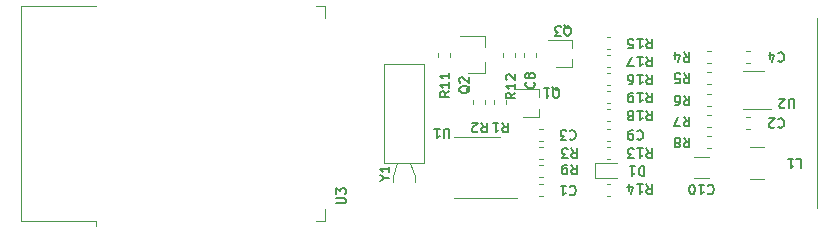
<source format=gbr>
G04 #@! TF.GenerationSoftware,KiCad,Pcbnew,(5.1.4)-1*
G04 #@! TF.CreationDate,2020-11-25T16:32:24+01:00*
G04 #@! TF.ProjectId,iot_plant_watering_sensor_esp32,696f745f-706c-4616-9e74-5f7761746572,rev?*
G04 #@! TF.SameCoordinates,Original*
G04 #@! TF.FileFunction,Legend,Top*
G04 #@! TF.FilePolarity,Positive*
%FSLAX46Y46*%
G04 Gerber Fmt 4.6, Leading zero omitted, Abs format (unit mm)*
G04 Created by KiCad (PCBNEW (5.1.4)-1) date 2020-11-25 16:32:24*
%MOMM*%
%LPD*%
G04 APERTURE LIST*
%ADD10C,0.120000*%
%ADD11C,0.150000*%
G04 APERTURE END LIST*
D10*
X145923000Y-96901000D02*
X145923000Y-113030000D01*
X125190000Y-100449000D02*
X125190000Y-101109000D01*
X125190000Y-98789000D02*
X125190000Y-99449000D01*
X125190000Y-98789000D02*
X123160000Y-98789000D01*
X123780000Y-101109000D02*
X125190000Y-101109000D01*
X128107221Y-105666000D02*
X128432779Y-105666000D01*
X128107221Y-104646000D02*
X128432779Y-104646000D01*
X128432779Y-103122000D02*
X128107221Y-103122000D01*
X128432779Y-104142000D02*
X128107221Y-104142000D01*
X128107221Y-102618000D02*
X128432779Y-102618000D01*
X128107221Y-101598000D02*
X128432779Y-101598000D01*
X128432779Y-100074000D02*
X128107221Y-100074000D01*
X128432779Y-101094000D02*
X128107221Y-101094000D01*
X136941779Y-106932000D02*
X136616221Y-106932000D01*
X136941779Y-107952000D02*
X136616221Y-107952000D01*
X136941779Y-105154000D02*
X136616221Y-105154000D01*
X136941779Y-106174000D02*
X136616221Y-106174000D01*
X136941779Y-99693000D02*
X136616221Y-99693000D01*
X136941779Y-100713000D02*
X136616221Y-100713000D01*
X140240936Y-110580000D02*
X141445064Y-110580000D01*
X140240936Y-107860000D02*
X141445064Y-107860000D01*
X139614200Y-104618800D02*
X142064200Y-104618800D01*
X141414200Y-101398800D02*
X139614200Y-101398800D01*
X136941779Y-103376000D02*
X136616221Y-103376000D01*
X136941779Y-104396000D02*
X136616221Y-104396000D01*
X136616221Y-102491000D02*
X136941779Y-102491000D01*
X136616221Y-101471000D02*
X136941779Y-101471000D01*
X139918221Y-100713000D02*
X140243779Y-100713000D01*
X139918221Y-99693000D02*
X140243779Y-99693000D01*
X139918221Y-106301000D02*
X140243779Y-106301000D01*
X139918221Y-105281000D02*
X140243779Y-105281000D01*
X136746064Y-108691000D02*
X135541936Y-108691000D01*
X136746064Y-110511000D02*
X135541936Y-110511000D01*
X128107221Y-99570000D02*
X128432779Y-99570000D01*
X128107221Y-98550000D02*
X128432779Y-98550000D01*
X122392221Y-110365000D02*
X122717779Y-110365000D01*
X122392221Y-109345000D02*
X122717779Y-109345000D01*
X122392221Y-108841000D02*
X122717779Y-108841000D01*
X122392221Y-107821000D02*
X122717779Y-107821000D01*
X120986000Y-105300000D02*
X122396000Y-105300000D01*
X122396000Y-102980000D02*
X120366000Y-102980000D01*
X122396000Y-102980000D02*
X122396000Y-103640000D01*
X122396000Y-104640000D02*
X122396000Y-105300000D01*
X109987000Y-110356000D02*
X109987000Y-110806000D01*
X110392000Y-109206000D02*
X109987000Y-110356000D01*
X111887000Y-110356000D02*
X111887000Y-110806000D01*
X111482000Y-109206000D02*
X111887000Y-110356000D01*
X109237000Y-109206000D02*
X112637000Y-109206000D01*
X109237000Y-100806000D02*
X109237000Y-109206000D01*
X112637000Y-100806000D02*
X109237000Y-100806000D01*
X112637000Y-109206000D02*
X112637000Y-100806000D01*
X117094000Y-107041000D02*
X115144000Y-107041000D01*
X117094000Y-107041000D02*
X119044000Y-107041000D01*
X117094000Y-112161000D02*
X115144000Y-112161000D01*
X117094000Y-112161000D02*
X120544000Y-112161000D01*
X117807200Y-104226579D02*
X117807200Y-103901021D01*
X116787200Y-104226579D02*
X116787200Y-103901021D01*
X119573120Y-104226579D02*
X119573120Y-103901021D01*
X118553120Y-104226579D02*
X118553120Y-103901021D01*
X122392221Y-107317000D02*
X122717779Y-107317000D01*
X122392221Y-106297000D02*
X122717779Y-106297000D01*
X122392221Y-112016000D02*
X122717779Y-112016000D01*
X122392221Y-110996000D02*
X122717779Y-110996000D01*
X103461000Y-114149000D02*
X104241000Y-114149000D01*
X104241000Y-114149000D02*
X104241000Y-113149000D01*
X103461000Y-95909000D02*
X104241000Y-95909000D01*
X104241000Y-95909000D02*
X104241000Y-96909000D01*
X78496000Y-114149000D02*
X78496000Y-95909000D01*
X78496000Y-95909000D02*
X84916000Y-95909000D01*
X78496000Y-114149000D02*
X84916000Y-114149000D01*
X84916000Y-114149000D02*
X84916000Y-114529000D01*
X128107221Y-112016000D02*
X128432779Y-112016000D01*
X128107221Y-110996000D02*
X128432779Y-110996000D01*
X120333880Y-100264179D02*
X120333880Y-99938621D01*
X119313880Y-100264179D02*
X119313880Y-99938621D01*
X114862040Y-100213379D02*
X114862040Y-99887821D01*
X113842040Y-100213379D02*
X113842040Y-99887821D01*
X128107221Y-108841000D02*
X128432779Y-108841000D01*
X128107221Y-107821000D02*
X128432779Y-107821000D01*
X117847960Y-101630600D02*
X116387960Y-101630600D01*
X117847960Y-98470600D02*
X115687960Y-98470600D01*
X117847960Y-98470600D02*
X117847960Y-99400600D01*
X117847960Y-101630600D02*
X117847960Y-100700600D01*
X128970000Y-110455000D02*
X127120000Y-110455000D01*
X128970000Y-109255000D02*
X127120000Y-109255000D01*
X127120000Y-109255000D02*
X127120000Y-110455000D01*
X121079800Y-99938621D02*
X121079800Y-100264179D01*
X122099800Y-99938621D02*
X122099800Y-100264179D01*
X128107221Y-107317000D02*
X128432779Y-107317000D01*
X128107221Y-106297000D02*
X128432779Y-106297000D01*
D11*
X124487409Y-97553895D02*
X124564819Y-97592600D01*
X124642228Y-97670009D01*
X124758342Y-97786123D01*
X124835752Y-97824828D01*
X124913161Y-97824828D01*
X124874457Y-97631304D02*
X124951866Y-97670009D01*
X125029276Y-97747419D01*
X125067980Y-97902238D01*
X125067980Y-98173171D01*
X125029276Y-98327990D01*
X124951866Y-98405400D01*
X124874457Y-98444104D01*
X124719638Y-98444104D01*
X124642228Y-98405400D01*
X124564819Y-98327990D01*
X124526114Y-98173171D01*
X124526114Y-97902238D01*
X124564819Y-97747419D01*
X124642228Y-97670009D01*
X124719638Y-97631304D01*
X124874457Y-97631304D01*
X124255180Y-98444104D02*
X123752019Y-98444104D01*
X124022952Y-98134466D01*
X123906838Y-98134466D01*
X123829428Y-98095761D01*
X123790723Y-98057057D01*
X123752019Y-97979647D01*
X123752019Y-97786123D01*
X123790723Y-97708714D01*
X123829428Y-97670009D01*
X123906838Y-97631304D01*
X124139066Y-97631304D01*
X124216476Y-97670009D01*
X124255180Y-97708714D01*
X131459514Y-103264304D02*
X131730447Y-103651352D01*
X131923971Y-103264304D02*
X131923971Y-104077104D01*
X131614333Y-104077104D01*
X131536923Y-104038400D01*
X131498219Y-103999695D01*
X131459514Y-103922285D01*
X131459514Y-103806171D01*
X131498219Y-103728761D01*
X131536923Y-103690057D01*
X131614333Y-103651352D01*
X131923971Y-103651352D01*
X130685419Y-103264304D02*
X131149876Y-103264304D01*
X130917647Y-103264304D02*
X130917647Y-104077104D01*
X130995057Y-103960990D01*
X131072466Y-103883580D01*
X131149876Y-103844876D01*
X130298371Y-103264304D02*
X130143552Y-103264304D01*
X130066142Y-103303009D01*
X130027438Y-103341714D01*
X129950028Y-103457828D01*
X129911323Y-103612647D01*
X129911323Y-103922285D01*
X129950028Y-103999695D01*
X129988733Y-104038400D01*
X130066142Y-104077104D01*
X130220961Y-104077104D01*
X130298371Y-104038400D01*
X130337076Y-103999695D01*
X130375780Y-103922285D01*
X130375780Y-103728761D01*
X130337076Y-103651352D01*
X130298371Y-103612647D01*
X130220961Y-103573942D01*
X130066142Y-103573942D01*
X129988733Y-103612647D01*
X129950028Y-103651352D01*
X129911323Y-103728761D01*
X131459514Y-104788304D02*
X131730447Y-105175352D01*
X131923971Y-104788304D02*
X131923971Y-105601104D01*
X131614333Y-105601104D01*
X131536923Y-105562400D01*
X131498219Y-105523695D01*
X131459514Y-105446285D01*
X131459514Y-105330171D01*
X131498219Y-105252761D01*
X131536923Y-105214057D01*
X131614333Y-105175352D01*
X131923971Y-105175352D01*
X130685419Y-104788304D02*
X131149876Y-104788304D01*
X130917647Y-104788304D02*
X130917647Y-105601104D01*
X130995057Y-105484990D01*
X131072466Y-105407580D01*
X131149876Y-105368876D01*
X130220961Y-105252761D02*
X130298371Y-105291466D01*
X130337076Y-105330171D01*
X130375780Y-105407580D01*
X130375780Y-105446285D01*
X130337076Y-105523695D01*
X130298371Y-105562400D01*
X130220961Y-105601104D01*
X130066142Y-105601104D01*
X129988733Y-105562400D01*
X129950028Y-105523695D01*
X129911323Y-105446285D01*
X129911323Y-105407580D01*
X129950028Y-105330171D01*
X129988733Y-105291466D01*
X130066142Y-105252761D01*
X130220961Y-105252761D01*
X130298371Y-105214057D01*
X130337076Y-105175352D01*
X130375780Y-105097942D01*
X130375780Y-104943123D01*
X130337076Y-104865714D01*
X130298371Y-104827009D01*
X130220961Y-104788304D01*
X130066142Y-104788304D01*
X129988733Y-104827009D01*
X129950028Y-104865714D01*
X129911323Y-104943123D01*
X129911323Y-105097942D01*
X129950028Y-105175352D01*
X129988733Y-105214057D01*
X130066142Y-105252761D01*
X131459514Y-100216304D02*
X131730447Y-100603352D01*
X131923971Y-100216304D02*
X131923971Y-101029104D01*
X131614333Y-101029104D01*
X131536923Y-100990400D01*
X131498219Y-100951695D01*
X131459514Y-100874285D01*
X131459514Y-100758171D01*
X131498219Y-100680761D01*
X131536923Y-100642057D01*
X131614333Y-100603352D01*
X131923971Y-100603352D01*
X130685419Y-100216304D02*
X131149876Y-100216304D01*
X130917647Y-100216304D02*
X130917647Y-101029104D01*
X130995057Y-100912990D01*
X131072466Y-100835580D01*
X131149876Y-100796876D01*
X130414485Y-101029104D02*
X129872619Y-101029104D01*
X130220961Y-100216304D01*
X131459514Y-101740304D02*
X131730447Y-102127352D01*
X131923971Y-101740304D02*
X131923971Y-102553104D01*
X131614333Y-102553104D01*
X131536923Y-102514400D01*
X131498219Y-102475695D01*
X131459514Y-102398285D01*
X131459514Y-102282171D01*
X131498219Y-102204761D01*
X131536923Y-102166057D01*
X131614333Y-102127352D01*
X131923971Y-102127352D01*
X130685419Y-101740304D02*
X131149876Y-101740304D01*
X130917647Y-101740304D02*
X130917647Y-102553104D01*
X130995057Y-102436990D01*
X131072466Y-102359580D01*
X131149876Y-102320876D01*
X129988733Y-102553104D02*
X130143552Y-102553104D01*
X130220961Y-102514400D01*
X130259666Y-102475695D01*
X130337076Y-102359580D01*
X130375780Y-102204761D01*
X130375780Y-101895123D01*
X130337076Y-101817714D01*
X130298371Y-101779009D01*
X130220961Y-101740304D01*
X130066142Y-101740304D01*
X129988733Y-101779009D01*
X129950028Y-101817714D01*
X129911323Y-101895123D01*
X129911323Y-102088647D01*
X129950028Y-102166057D01*
X129988733Y-102204761D01*
X130066142Y-102243466D01*
X130220961Y-102243466D01*
X130298371Y-102204761D01*
X130337076Y-102166057D01*
X130375780Y-102088647D01*
X134628466Y-107074304D02*
X134899400Y-107461352D01*
X135092923Y-107074304D02*
X135092923Y-107887104D01*
X134783285Y-107887104D01*
X134705876Y-107848400D01*
X134667171Y-107809695D01*
X134628466Y-107732285D01*
X134628466Y-107616171D01*
X134667171Y-107538761D01*
X134705876Y-107500057D01*
X134783285Y-107461352D01*
X135092923Y-107461352D01*
X134164009Y-107538761D02*
X134241419Y-107577466D01*
X134280123Y-107616171D01*
X134318828Y-107693580D01*
X134318828Y-107732285D01*
X134280123Y-107809695D01*
X134241419Y-107848400D01*
X134164009Y-107887104D01*
X134009190Y-107887104D01*
X133931780Y-107848400D01*
X133893076Y-107809695D01*
X133854371Y-107732285D01*
X133854371Y-107693580D01*
X133893076Y-107616171D01*
X133931780Y-107577466D01*
X134009190Y-107538761D01*
X134164009Y-107538761D01*
X134241419Y-107500057D01*
X134280123Y-107461352D01*
X134318828Y-107383942D01*
X134318828Y-107229123D01*
X134280123Y-107151714D01*
X134241419Y-107113009D01*
X134164009Y-107074304D01*
X134009190Y-107074304D01*
X133931780Y-107113009D01*
X133893076Y-107151714D01*
X133854371Y-107229123D01*
X133854371Y-107383942D01*
X133893076Y-107461352D01*
X133931780Y-107500057D01*
X134009190Y-107538761D01*
X134628466Y-105296304D02*
X134899400Y-105683352D01*
X135092923Y-105296304D02*
X135092923Y-106109104D01*
X134783285Y-106109104D01*
X134705876Y-106070400D01*
X134667171Y-106031695D01*
X134628466Y-105954285D01*
X134628466Y-105838171D01*
X134667171Y-105760761D01*
X134705876Y-105722057D01*
X134783285Y-105683352D01*
X135092923Y-105683352D01*
X134357533Y-106109104D02*
X133815666Y-106109104D01*
X134164009Y-105296304D01*
X134628466Y-99835304D02*
X134899400Y-100222352D01*
X135092923Y-99835304D02*
X135092923Y-100648104D01*
X134783285Y-100648104D01*
X134705876Y-100609400D01*
X134667171Y-100570695D01*
X134628466Y-100493285D01*
X134628466Y-100377171D01*
X134667171Y-100299761D01*
X134705876Y-100261057D01*
X134783285Y-100222352D01*
X135092923Y-100222352D01*
X133931780Y-100377171D02*
X133931780Y-99835304D01*
X134125304Y-100686809D02*
X134318828Y-100106238D01*
X133815666Y-100106238D01*
X144153466Y-108852304D02*
X144540514Y-108852304D01*
X144540514Y-109665104D01*
X143456780Y-108852304D02*
X143921238Y-108852304D01*
X143689009Y-108852304D02*
X143689009Y-109665104D01*
X143766419Y-109548990D01*
X143843828Y-109471580D01*
X143921238Y-109432876D01*
X144002276Y-104585104D02*
X144002276Y-103927123D01*
X143963571Y-103849714D01*
X143924866Y-103811009D01*
X143847457Y-103772304D01*
X143692638Y-103772304D01*
X143615228Y-103811009D01*
X143576523Y-103849714D01*
X143537819Y-103927123D01*
X143537819Y-104585104D01*
X143189476Y-104507695D02*
X143150771Y-104546400D01*
X143073361Y-104585104D01*
X142879838Y-104585104D01*
X142802428Y-104546400D01*
X142763723Y-104507695D01*
X142725019Y-104430285D01*
X142725019Y-104352876D01*
X142763723Y-104236761D01*
X143228180Y-103772304D01*
X142725019Y-103772304D01*
X134628466Y-103518304D02*
X134899400Y-103905352D01*
X135092923Y-103518304D02*
X135092923Y-104331104D01*
X134783285Y-104331104D01*
X134705876Y-104292400D01*
X134667171Y-104253695D01*
X134628466Y-104176285D01*
X134628466Y-104060171D01*
X134667171Y-103982761D01*
X134705876Y-103944057D01*
X134783285Y-103905352D01*
X135092923Y-103905352D01*
X133931780Y-104331104D02*
X134086600Y-104331104D01*
X134164009Y-104292400D01*
X134202714Y-104253695D01*
X134280123Y-104137580D01*
X134318828Y-103982761D01*
X134318828Y-103673123D01*
X134280123Y-103595714D01*
X134241419Y-103557009D01*
X134164009Y-103518304D01*
X134009190Y-103518304D01*
X133931780Y-103557009D01*
X133893076Y-103595714D01*
X133854371Y-103673123D01*
X133854371Y-103866647D01*
X133893076Y-103944057D01*
X133931780Y-103982761D01*
X134009190Y-104021466D01*
X134164009Y-104021466D01*
X134241419Y-103982761D01*
X134280123Y-103944057D01*
X134318828Y-103866647D01*
X134628466Y-101613304D02*
X134899400Y-102000352D01*
X135092923Y-101613304D02*
X135092923Y-102426104D01*
X134783285Y-102426104D01*
X134705876Y-102387400D01*
X134667171Y-102348695D01*
X134628466Y-102271285D01*
X134628466Y-102155171D01*
X134667171Y-102077761D01*
X134705876Y-102039057D01*
X134783285Y-102000352D01*
X135092923Y-102000352D01*
X133893076Y-102426104D02*
X134280123Y-102426104D01*
X134318828Y-102039057D01*
X134280123Y-102077761D01*
X134202714Y-102116466D01*
X134009190Y-102116466D01*
X133931780Y-102077761D01*
X133893076Y-102039057D01*
X133854371Y-101961647D01*
X133854371Y-101768123D01*
X133893076Y-101690714D01*
X133931780Y-101652009D01*
X134009190Y-101613304D01*
X134202714Y-101613304D01*
X134280123Y-101652009D01*
X134318828Y-101690714D01*
X142629466Y-99912714D02*
X142668171Y-99874009D01*
X142784285Y-99835304D01*
X142861695Y-99835304D01*
X142977809Y-99874009D01*
X143055219Y-99951419D01*
X143093923Y-100028828D01*
X143132628Y-100183647D01*
X143132628Y-100299761D01*
X143093923Y-100454580D01*
X143055219Y-100531990D01*
X142977809Y-100609400D01*
X142861695Y-100648104D01*
X142784285Y-100648104D01*
X142668171Y-100609400D01*
X142629466Y-100570695D01*
X141932780Y-100377171D02*
X141932780Y-99835304D01*
X142126304Y-100686809D02*
X142319828Y-100106238D01*
X141816666Y-100106238D01*
X142629466Y-105500714D02*
X142668171Y-105462009D01*
X142784285Y-105423304D01*
X142861695Y-105423304D01*
X142977809Y-105462009D01*
X143055219Y-105539419D01*
X143093923Y-105616828D01*
X143132628Y-105771647D01*
X143132628Y-105887761D01*
X143093923Y-106042580D01*
X143055219Y-106119990D01*
X142977809Y-106197400D01*
X142861695Y-106236104D01*
X142784285Y-106236104D01*
X142668171Y-106197400D01*
X142629466Y-106158695D01*
X142319828Y-106158695D02*
X142281123Y-106197400D01*
X142203714Y-106236104D01*
X142010190Y-106236104D01*
X141932780Y-106197400D01*
X141894076Y-106158695D01*
X141855371Y-106081285D01*
X141855371Y-106003876D01*
X141894076Y-105887761D01*
X142358533Y-105423304D01*
X141855371Y-105423304D01*
X136666514Y-111130714D02*
X136705219Y-111092009D01*
X136821333Y-111053304D01*
X136898742Y-111053304D01*
X137014857Y-111092009D01*
X137092266Y-111169419D01*
X137130971Y-111246828D01*
X137169676Y-111401647D01*
X137169676Y-111517761D01*
X137130971Y-111672580D01*
X137092266Y-111749990D01*
X137014857Y-111827400D01*
X136898742Y-111866104D01*
X136821333Y-111866104D01*
X136705219Y-111827400D01*
X136666514Y-111788695D01*
X135892419Y-111053304D02*
X136356876Y-111053304D01*
X136124647Y-111053304D02*
X136124647Y-111866104D01*
X136202057Y-111749990D01*
X136279466Y-111672580D01*
X136356876Y-111633876D01*
X135389257Y-111866104D02*
X135311847Y-111866104D01*
X135234438Y-111827400D01*
X135195733Y-111788695D01*
X135157028Y-111711285D01*
X135118323Y-111556466D01*
X135118323Y-111362942D01*
X135157028Y-111208123D01*
X135195733Y-111130714D01*
X135234438Y-111092009D01*
X135311847Y-111053304D01*
X135389257Y-111053304D01*
X135466666Y-111092009D01*
X135505371Y-111130714D01*
X135544076Y-111208123D01*
X135582780Y-111362942D01*
X135582780Y-111556466D01*
X135544076Y-111711285D01*
X135505371Y-111788695D01*
X135466666Y-111827400D01*
X135389257Y-111866104D01*
X131459514Y-98692304D02*
X131730447Y-99079352D01*
X131923971Y-98692304D02*
X131923971Y-99505104D01*
X131614333Y-99505104D01*
X131536923Y-99466400D01*
X131498219Y-99427695D01*
X131459514Y-99350285D01*
X131459514Y-99234171D01*
X131498219Y-99156761D01*
X131536923Y-99118057D01*
X131614333Y-99079352D01*
X131923971Y-99079352D01*
X130685419Y-98692304D02*
X131149876Y-98692304D01*
X130917647Y-98692304D02*
X130917647Y-99505104D01*
X130995057Y-99388990D01*
X131072466Y-99311580D01*
X131149876Y-99272876D01*
X129950028Y-99505104D02*
X130337076Y-99505104D01*
X130375780Y-99118057D01*
X130337076Y-99156761D01*
X130259666Y-99195466D01*
X130066142Y-99195466D01*
X129988733Y-99156761D01*
X129950028Y-99118057D01*
X129911323Y-99040647D01*
X129911323Y-98847123D01*
X129950028Y-98769714D01*
X129988733Y-98731009D01*
X130066142Y-98692304D01*
X130259666Y-98692304D01*
X130337076Y-98731009D01*
X130375780Y-98769714D01*
X125103466Y-109360304D02*
X125374400Y-109747352D01*
X125567923Y-109360304D02*
X125567923Y-110173104D01*
X125258285Y-110173104D01*
X125180876Y-110134400D01*
X125142171Y-110095695D01*
X125103466Y-110018285D01*
X125103466Y-109902171D01*
X125142171Y-109824761D01*
X125180876Y-109786057D01*
X125258285Y-109747352D01*
X125567923Y-109747352D01*
X124716419Y-109360304D02*
X124561600Y-109360304D01*
X124484190Y-109399009D01*
X124445485Y-109437714D01*
X124368076Y-109553828D01*
X124329371Y-109708647D01*
X124329371Y-110018285D01*
X124368076Y-110095695D01*
X124406780Y-110134400D01*
X124484190Y-110173104D01*
X124639009Y-110173104D01*
X124716419Y-110134400D01*
X124755123Y-110095695D01*
X124793828Y-110018285D01*
X124793828Y-109824761D01*
X124755123Y-109747352D01*
X124716419Y-109708647D01*
X124639009Y-109669942D01*
X124484190Y-109669942D01*
X124406780Y-109708647D01*
X124368076Y-109747352D01*
X124329371Y-109824761D01*
X125103466Y-107963304D02*
X125374400Y-108350352D01*
X125567923Y-107963304D02*
X125567923Y-108776104D01*
X125258285Y-108776104D01*
X125180876Y-108737400D01*
X125142171Y-108698695D01*
X125103466Y-108621285D01*
X125103466Y-108505171D01*
X125142171Y-108427761D01*
X125180876Y-108389057D01*
X125258285Y-108350352D01*
X125567923Y-108350352D01*
X124832533Y-108776104D02*
X124329371Y-108776104D01*
X124600304Y-108466466D01*
X124484190Y-108466466D01*
X124406780Y-108427761D01*
X124368076Y-108389057D01*
X124329371Y-108311647D01*
X124329371Y-108118123D01*
X124368076Y-108040714D01*
X124406780Y-108002009D01*
X124484190Y-107963304D01*
X124716419Y-107963304D01*
X124793828Y-108002009D01*
X124832533Y-108040714D01*
X123521409Y-102805895D02*
X123598819Y-102844600D01*
X123676228Y-102922009D01*
X123792342Y-103038123D01*
X123869752Y-103076828D01*
X123947161Y-103076828D01*
X123908457Y-102883304D02*
X123985866Y-102922009D01*
X124063276Y-102999419D01*
X124101980Y-103154238D01*
X124101980Y-103425171D01*
X124063276Y-103579990D01*
X123985866Y-103657400D01*
X123908457Y-103696104D01*
X123753638Y-103696104D01*
X123676228Y-103657400D01*
X123598819Y-103579990D01*
X123560114Y-103425171D01*
X123560114Y-103154238D01*
X123598819Y-102999419D01*
X123676228Y-102922009D01*
X123753638Y-102883304D01*
X123908457Y-102883304D01*
X122786019Y-102883304D02*
X123250476Y-102883304D01*
X123018247Y-102883304D02*
X123018247Y-103696104D01*
X123095657Y-103579990D01*
X123173066Y-103502580D01*
X123250476Y-103463876D01*
X109327647Y-110496047D02*
X109714695Y-110496047D01*
X108901895Y-110766980D02*
X109327647Y-110496047D01*
X108901895Y-110225114D01*
X109714695Y-109528428D02*
X109714695Y-109992885D01*
X109714695Y-109760657D02*
X108901895Y-109760657D01*
X109018009Y-109838066D01*
X109095419Y-109915476D01*
X109134123Y-109992885D01*
X114792276Y-107125104D02*
X114792276Y-106467123D01*
X114753571Y-106389714D01*
X114714866Y-106351009D01*
X114637457Y-106312304D01*
X114482638Y-106312304D01*
X114405228Y-106351009D01*
X114366523Y-106389714D01*
X114327819Y-106467123D01*
X114327819Y-107125104D01*
X113515019Y-106312304D02*
X113979476Y-106312304D01*
X113747247Y-106312304D02*
X113747247Y-107125104D01*
X113824657Y-107008990D01*
X113902066Y-106931580D01*
X113979476Y-106892876D01*
X117483466Y-105804304D02*
X117754400Y-106191352D01*
X117947923Y-105804304D02*
X117947923Y-106617104D01*
X117638285Y-106617104D01*
X117560876Y-106578400D01*
X117522171Y-106539695D01*
X117483466Y-106462285D01*
X117483466Y-106346171D01*
X117522171Y-106268761D01*
X117560876Y-106230057D01*
X117638285Y-106191352D01*
X117947923Y-106191352D01*
X117173828Y-106539695D02*
X117135123Y-106578400D01*
X117057714Y-106617104D01*
X116864190Y-106617104D01*
X116786780Y-106578400D01*
X116748076Y-106539695D01*
X116709371Y-106462285D01*
X116709371Y-106384876D01*
X116748076Y-106268761D01*
X117212533Y-105804304D01*
X116709371Y-105804304D01*
X119261466Y-105804304D02*
X119532400Y-106191352D01*
X119725923Y-105804304D02*
X119725923Y-106617104D01*
X119416285Y-106617104D01*
X119338876Y-106578400D01*
X119300171Y-106539695D01*
X119261466Y-106462285D01*
X119261466Y-106346171D01*
X119300171Y-106268761D01*
X119338876Y-106230057D01*
X119416285Y-106191352D01*
X119725923Y-106191352D01*
X118487371Y-105804304D02*
X118951828Y-105804304D01*
X118719600Y-105804304D02*
X118719600Y-106617104D01*
X118797009Y-106500990D01*
X118874419Y-106423580D01*
X118951828Y-106384876D01*
X124976466Y-106516714D02*
X125015171Y-106478009D01*
X125131285Y-106439304D01*
X125208695Y-106439304D01*
X125324809Y-106478009D01*
X125402219Y-106555419D01*
X125440923Y-106632828D01*
X125479628Y-106787647D01*
X125479628Y-106903761D01*
X125440923Y-107058580D01*
X125402219Y-107135990D01*
X125324809Y-107213400D01*
X125208695Y-107252104D01*
X125131285Y-107252104D01*
X125015171Y-107213400D01*
X124976466Y-107174695D01*
X124705533Y-107252104D02*
X124202371Y-107252104D01*
X124473304Y-106942466D01*
X124357190Y-106942466D01*
X124279780Y-106903761D01*
X124241076Y-106865057D01*
X124202371Y-106787647D01*
X124202371Y-106594123D01*
X124241076Y-106516714D01*
X124279780Y-106478009D01*
X124357190Y-106439304D01*
X124589419Y-106439304D01*
X124666828Y-106478009D01*
X124705533Y-106516714D01*
X124976466Y-111215714D02*
X125015171Y-111177009D01*
X125131285Y-111138304D01*
X125208695Y-111138304D01*
X125324809Y-111177009D01*
X125402219Y-111254419D01*
X125440923Y-111331828D01*
X125479628Y-111486647D01*
X125479628Y-111602761D01*
X125440923Y-111757580D01*
X125402219Y-111834990D01*
X125324809Y-111912400D01*
X125208695Y-111951104D01*
X125131285Y-111951104D01*
X125015171Y-111912400D01*
X124976466Y-111873695D01*
X124202371Y-111138304D02*
X124666828Y-111138304D01*
X124434600Y-111138304D02*
X124434600Y-111951104D01*
X124512009Y-111834990D01*
X124589419Y-111757580D01*
X124666828Y-111718876D01*
X105218895Y-112633276D02*
X105876876Y-112633276D01*
X105954285Y-112594571D01*
X105992990Y-112555866D01*
X106031695Y-112478457D01*
X106031695Y-112323638D01*
X105992990Y-112246228D01*
X105954285Y-112207523D01*
X105876876Y-112168819D01*
X105218895Y-112168819D01*
X105218895Y-111859180D02*
X105218895Y-111356019D01*
X105528533Y-111626952D01*
X105528533Y-111510838D01*
X105567238Y-111433428D01*
X105605942Y-111394723D01*
X105683352Y-111356019D01*
X105876876Y-111356019D01*
X105954285Y-111394723D01*
X105992990Y-111433428D01*
X106031695Y-111510838D01*
X106031695Y-111743066D01*
X105992990Y-111820476D01*
X105954285Y-111859180D01*
X131459514Y-111011304D02*
X131730447Y-111398352D01*
X131923971Y-111011304D02*
X131923971Y-111824104D01*
X131614333Y-111824104D01*
X131536923Y-111785400D01*
X131498219Y-111746695D01*
X131459514Y-111669285D01*
X131459514Y-111553171D01*
X131498219Y-111475761D01*
X131536923Y-111437057D01*
X131614333Y-111398352D01*
X131923971Y-111398352D01*
X130685419Y-111011304D02*
X131149876Y-111011304D01*
X130917647Y-111011304D02*
X130917647Y-111824104D01*
X130995057Y-111707990D01*
X131072466Y-111630580D01*
X131149876Y-111591876D01*
X129988733Y-111553171D02*
X129988733Y-111011304D01*
X130182257Y-111862809D02*
X130375780Y-111282238D01*
X129872619Y-111282238D01*
X120382695Y-103265514D02*
X119995647Y-103536447D01*
X120382695Y-103729971D02*
X119569895Y-103729971D01*
X119569895Y-103420333D01*
X119608600Y-103342923D01*
X119647304Y-103304219D01*
X119724714Y-103265514D01*
X119840828Y-103265514D01*
X119918238Y-103304219D01*
X119956942Y-103342923D01*
X119995647Y-103420333D01*
X119995647Y-103729971D01*
X120382695Y-102491419D02*
X120382695Y-102955876D01*
X120382695Y-102723647D02*
X119569895Y-102723647D01*
X119686009Y-102801057D01*
X119763419Y-102878466D01*
X119802123Y-102955876D01*
X119647304Y-102181780D02*
X119608600Y-102143076D01*
X119569895Y-102065666D01*
X119569895Y-101872142D01*
X119608600Y-101794733D01*
X119647304Y-101756028D01*
X119724714Y-101717323D01*
X119802123Y-101717323D01*
X119918238Y-101756028D01*
X120382695Y-102220485D01*
X120382695Y-101717323D01*
X114794695Y-103138514D02*
X114407647Y-103409447D01*
X114794695Y-103602971D02*
X113981895Y-103602971D01*
X113981895Y-103293333D01*
X114020600Y-103215923D01*
X114059304Y-103177219D01*
X114136714Y-103138514D01*
X114252828Y-103138514D01*
X114330238Y-103177219D01*
X114368942Y-103215923D01*
X114407647Y-103293333D01*
X114407647Y-103602971D01*
X114794695Y-102364419D02*
X114794695Y-102828876D01*
X114794695Y-102596647D02*
X113981895Y-102596647D01*
X114098009Y-102674057D01*
X114175419Y-102751466D01*
X114214123Y-102828876D01*
X114794695Y-101590323D02*
X114794695Y-102054780D01*
X114794695Y-101822552D02*
X113981895Y-101822552D01*
X114098009Y-101899961D01*
X114175419Y-101977371D01*
X114214123Y-102054780D01*
X131459514Y-107963304D02*
X131730447Y-108350352D01*
X131923971Y-107963304D02*
X131923971Y-108776104D01*
X131614333Y-108776104D01*
X131536923Y-108737400D01*
X131498219Y-108698695D01*
X131459514Y-108621285D01*
X131459514Y-108505171D01*
X131498219Y-108427761D01*
X131536923Y-108389057D01*
X131614333Y-108350352D01*
X131923971Y-108350352D01*
X130685419Y-107963304D02*
X131149876Y-107963304D01*
X130917647Y-107963304D02*
X130917647Y-108776104D01*
X130995057Y-108659990D01*
X131072466Y-108582580D01*
X131149876Y-108543876D01*
X130414485Y-108776104D02*
X129911323Y-108776104D01*
X130182257Y-108466466D01*
X130066142Y-108466466D01*
X129988733Y-108427761D01*
X129950028Y-108389057D01*
X129911323Y-108311647D01*
X129911323Y-108118123D01*
X129950028Y-108040714D01*
X129988733Y-108002009D01*
X130066142Y-107963304D01*
X130298371Y-107963304D01*
X130375780Y-108002009D01*
X130414485Y-108040714D01*
X116523104Y-102693409D02*
X116484400Y-102770819D01*
X116406990Y-102848228D01*
X116290876Y-102964342D01*
X116252171Y-103041752D01*
X116252171Y-103119161D01*
X116445695Y-103080457D02*
X116406990Y-103157866D01*
X116329580Y-103235276D01*
X116174761Y-103273980D01*
X115903828Y-103273980D01*
X115749009Y-103235276D01*
X115671600Y-103157866D01*
X115632895Y-103080457D01*
X115632895Y-102925638D01*
X115671600Y-102848228D01*
X115749009Y-102770819D01*
X115903828Y-102732114D01*
X116174761Y-102732114D01*
X116329580Y-102770819D01*
X116406990Y-102848228D01*
X116445695Y-102925638D01*
X116445695Y-103080457D01*
X115710304Y-102422476D02*
X115671600Y-102383771D01*
X115632895Y-102306361D01*
X115632895Y-102112838D01*
X115671600Y-102035428D01*
X115710304Y-101996723D01*
X115787714Y-101958019D01*
X115865123Y-101958019D01*
X115981238Y-101996723D01*
X116445695Y-102461180D01*
X116445695Y-101958019D01*
X131282923Y-109487304D02*
X131282923Y-110300104D01*
X131089400Y-110300104D01*
X130973285Y-110261400D01*
X130895876Y-110183990D01*
X130857171Y-110106580D01*
X130818466Y-109951761D01*
X130818466Y-109835647D01*
X130857171Y-109680828D01*
X130895876Y-109603419D01*
X130973285Y-109526009D01*
X131089400Y-109487304D01*
X131282923Y-109487304D01*
X130044371Y-109487304D02*
X130508828Y-109487304D01*
X130276600Y-109487304D02*
X130276600Y-110300104D01*
X130354009Y-110183990D01*
X130431419Y-110106580D01*
X130508828Y-110067876D01*
X121956285Y-102370466D02*
X121994990Y-102409171D01*
X122033695Y-102525285D01*
X122033695Y-102602695D01*
X121994990Y-102718809D01*
X121917580Y-102796219D01*
X121840171Y-102834923D01*
X121685352Y-102873628D01*
X121569238Y-102873628D01*
X121414419Y-102834923D01*
X121337009Y-102796219D01*
X121259600Y-102718809D01*
X121220895Y-102602695D01*
X121220895Y-102525285D01*
X121259600Y-102409171D01*
X121298304Y-102370466D01*
X121569238Y-101906009D02*
X121530533Y-101983419D01*
X121491828Y-102022123D01*
X121414419Y-102060828D01*
X121375714Y-102060828D01*
X121298304Y-102022123D01*
X121259600Y-101983419D01*
X121220895Y-101906009D01*
X121220895Y-101751190D01*
X121259600Y-101673780D01*
X121298304Y-101635076D01*
X121375714Y-101596371D01*
X121414419Y-101596371D01*
X121491828Y-101635076D01*
X121530533Y-101673780D01*
X121569238Y-101751190D01*
X121569238Y-101906009D01*
X121607942Y-101983419D01*
X121646647Y-102022123D01*
X121724057Y-102060828D01*
X121878876Y-102060828D01*
X121956285Y-102022123D01*
X121994990Y-101983419D01*
X122033695Y-101906009D01*
X122033695Y-101751190D01*
X121994990Y-101673780D01*
X121956285Y-101635076D01*
X121878876Y-101596371D01*
X121724057Y-101596371D01*
X121646647Y-101635076D01*
X121607942Y-101673780D01*
X121569238Y-101751190D01*
X130691466Y-106516714D02*
X130730171Y-106478009D01*
X130846285Y-106439304D01*
X130923695Y-106439304D01*
X131039809Y-106478009D01*
X131117219Y-106555419D01*
X131155923Y-106632828D01*
X131194628Y-106787647D01*
X131194628Y-106903761D01*
X131155923Y-107058580D01*
X131117219Y-107135990D01*
X131039809Y-107213400D01*
X130923695Y-107252104D01*
X130846285Y-107252104D01*
X130730171Y-107213400D01*
X130691466Y-107174695D01*
X130304419Y-106439304D02*
X130149600Y-106439304D01*
X130072190Y-106478009D01*
X130033485Y-106516714D01*
X129956076Y-106632828D01*
X129917371Y-106787647D01*
X129917371Y-107097285D01*
X129956076Y-107174695D01*
X129994780Y-107213400D01*
X130072190Y-107252104D01*
X130227009Y-107252104D01*
X130304419Y-107213400D01*
X130343123Y-107174695D01*
X130381828Y-107097285D01*
X130381828Y-106903761D01*
X130343123Y-106826352D01*
X130304419Y-106787647D01*
X130227009Y-106748942D01*
X130072190Y-106748942D01*
X129994780Y-106787647D01*
X129956076Y-106826352D01*
X129917371Y-106903761D01*
M02*

</source>
